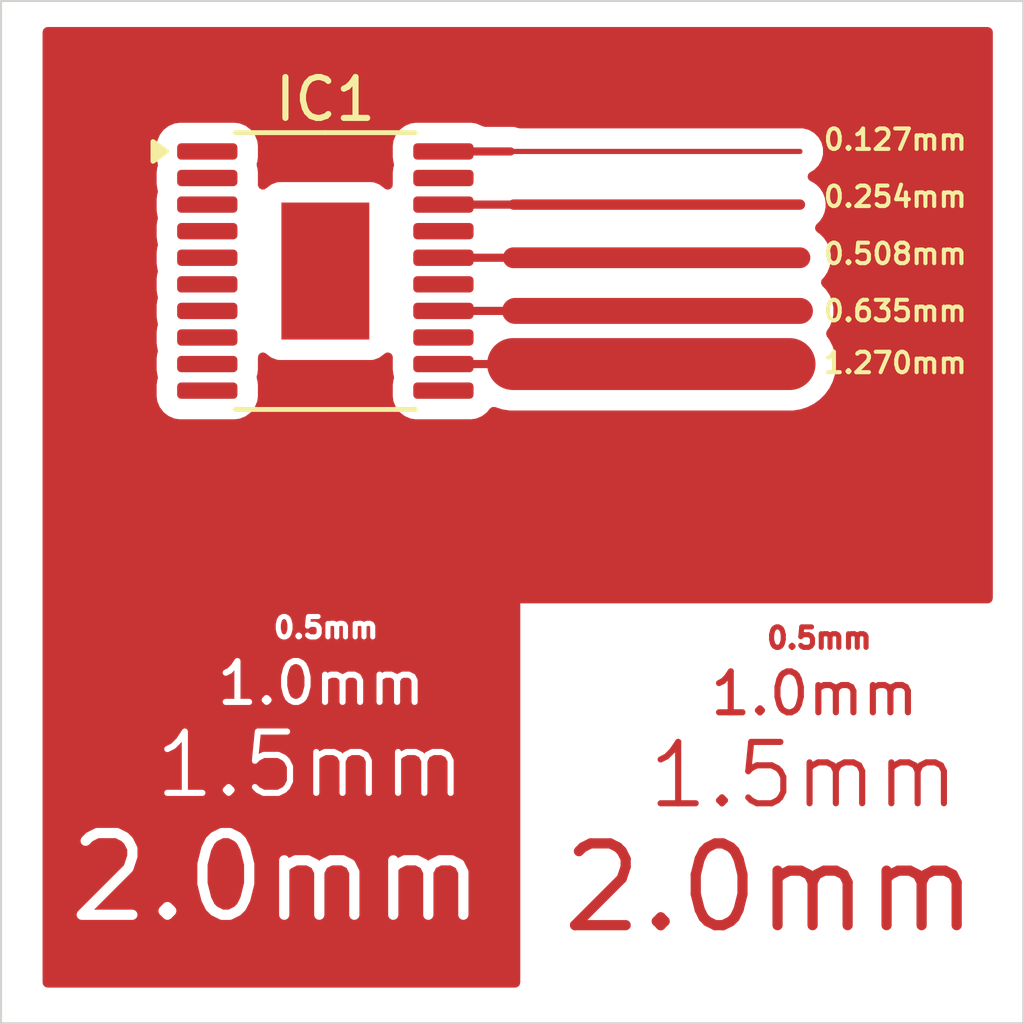
<source format=kicad_pcb>
(kicad_pcb (version 20241229) (generator "pcbnew") (generator_version "9.0")
  (layers (0 "F.Cu" signal) (2 "B.Cu" signal) (13 "F.Paste" user) (15 "B.Paste" user) (5 "F.SilkS" user "F.Silkscreen") (7 "B.SilkS" user "B.Silkscreen") (1 "F.Mask" user) (3 "B.Mask" user) (25 "Edge.Cuts" user))
  (net 0 "")
  (net 2 "unconnected-(IC1-RDCM-Pad20)")
  (net 6 "unconnected-(IC1-RVOUT-Pad18)")
  (net 13 "unconnected-(IC1-RBG-Pad16)")
  (net 15 "unconnected-(IC1-CSP-Pad12)")
  (net 17 "unconnected-(IC1-LVGATE-Pad14)")
  (footprint "Package_SO:TSSOP-20-1EP_4.4x6.5mm_P0.65mm_EP2.15x3.35mm" (layer "F.Cu") (at 145.092 99.568)
    (property "Reference" "IC1" (at 0 -4.2 0) (layer "F.SilkS"))
    (property "Value" "LT3751")
    (fp_line (start 0 -3.385) (end -2.2 -3.385) (stroke (width 0.12)) (layer "F.SilkS"))
    (fp_line (start 0 -3.385) (end 2.2 -3.385) (stroke (width 0.12)) (layer "F.SilkS"))
    (fp_line (start 0 3.385) (end -2.2 3.385) (stroke (width 0.12)) (layer "F.SilkS"))
    (fp_line (start 0 3.385) (end 2.2 3.385) (stroke (width 0.12)) (layer "F.SilkS"))
    (fp_poly (pts (xy -3.885 -2.925) (xy -4.215 -2.685) (xy -4.215 -3.165)) (stroke (width 0.12)) (fill yes) (layer "F.SilkS"))
    (pad "1" smd roundrect (at -2.8875 -2.925) (size 1.475 0.4) (layers "F.Cu" "F.Mask" "F.Paste"))
    (pad "2" smd roundrect (at -2.8875 -2.275) (size 1.475 0.4) (layers "F.Cu" "F.Mask" "F.Paste"))
    (pad "3" smd roundrect (at -2.8875 -1.625) (size 1.475 0.4) (layers "F.Cu" "F.Mask" "F.Paste"))
    (pad "4" smd roundrect (at -2.8875 -0.975) (size 1.475 0.4) (layers "F.Cu" "F.Mask" "F.Paste"))
    (pad "5" smd roundrect (at -2.8875 -0.325) (size 1.475 0.4) (layers "F.Cu" "F.Mask" "F.Paste"))
    (pad "6" smd roundrect (at -2.8875 0.325) (size 1.475 0.4) (layers "F.Cu" "F.Mask" "F.Paste"))
    (pad "7" smd roundrect (at -2.8875 0.975) (size 1.475 0.4) (layers "F.Cu" "F.Mask" "F.Paste"))
    (pad "8" smd roundrect (at -2.8875 1.625) (size 1.475 0.4) (layers "F.Cu" "F.Mask" "F.Paste"))
    (pad "9" smd roundrect (at -2.8875 2.275) (size 1.475 0.4) (layers "F.Cu" "F.Mask" "F.Paste"))
    (pad "10" smd roundrect (at -2.8875 2.925) (size 1.475 0.4) (layers "F.Cu" "F.Mask" "F.Paste"))
    (pad "11" smd roundrect (at 2.8875 2.925) (size 1.475 0.4) (layers "F.Cu" "F.Mask" "F.Paste"))
    (pad "12" smd roundrect (at 2.8875 2.275) (size 1.475 0.4) (layers "F.Cu" "F.Mask" "F.Paste") (net 15 "unconnected-(IC1-CSP-Pad12)"))
    (pad "13" smd roundrect (at 2.8875 1.625) (size 1.475 0.4) (layers "F.Cu" "F.Mask" "F.Paste"))
    (pad "14" smd roundrect (at 2.8875 0.975) (size 1.475 0.4) (layers "F.Cu" "F.Mask" "F.Paste") (net 17 "unconnected-(IC1-LVGATE-Pad14)"))
    (pad "15" smd roundrect (at 2.8875 0.325) (size 1.475 0.4) (layers "F.Cu" "F.Mask" "F.Paste"))
    (pad "16" smd roundrect (at 2.8875 -0.325) (size 1.475 0.4) (layers "F.Cu" "F.Mask" "F.Paste") (net 13 "unconnected-(IC1-RBG-Pad16)"))
    (pad "17" smd roundrect (at 2.8875 -0.975) (size 1.475 0.4) (layers "F.Cu" "F.Mask" "F.Paste"))
    (pad "18" smd roundrect (at 2.8875 -1.625) (size 1.475 0.4) (layers "F.Cu" "F.Mask" "F.Paste") (net 6 "unconnected-(IC1-RVOUT-Pad18)"))
    (pad "19" smd roundrect (at 2.8875 -2.275) (size 1.475 0.4) (layers "F.Cu" "F.Mask" "F.Paste"))
    (pad "20" smd roundrect (at 2.8875 -2.925) (size 1.475 0.4) (layers "F.Cu" "F.Mask" "F.Paste") (net 2 "unconnected-(IC1-RDCM-Pad20)"))
    (pad "21" smd rect (at 0 0) (size 2.15 3.35) (property pad_prop_heatsink) (layers "F.Cu" "F.Mask"))
  )
  (gr_rect (start 137.16 92.964) (end 162.16 117.964) (stroke (width 0.05)) (fill no) (layer "Edge.Cuts"))
  (gr_text "1.0mm" (at 142.367 110.236 0) (layer "F.Cu" knockout) (effects (font (size 1 1)) (justify left bottom)))
  (gr_text "2.0mm" (at 138.684 115.57 0) (layer "F.Cu" knockout) (effects (font (size 2 2) (thickness 0.25)) (justify left bottom)))
  (gr_text "0.5mm" (at 143.764 108.585 0) (layer "F.Cu" knockout) (effects (font (size 0.5 0.5) (thickness 0.125)) (justify left bottom)))
  (gr_text "1.5mm" (at 140.843 112.522 0) (layer "F.Cu" knockout) (effects (font (size 1.5 1.5)) (justify left bottom)))
  (gr_text "1.5mm" (at 152.908 112.776 0) (layer "F.Cu") (effects (font (size 1.5 1.5)) (justify left bottom)))
  (gr_text "0.5mm" (at 155.829 108.839 0) (layer "F.Cu") (effects (font (size 0.5 0.5) (thickness 0.125)) (justify left bottom)))
  (gr_text "2.0mm" (at 150.749 115.824 0) (layer "F.Cu") (effects (font (size 2 2) (thickness 0.25)) (justify left bottom)))
  (gr_text "1.0mm" (at 154.432 110.49 0) (layer "F.Cu") (effects (font (size 1 1)) (justify left bottom)))
  (gr_text "0.254mm\n" (at 157.226 98.044 0) (layer "F.SilkS") (effects (font (size 0.5 0.5) (thickness 0.1) (bold yes)) (justify left bottom)))
  (gr_text "1.270mm" (at 157.226 102.108 0) (layer "F.SilkS") (effects (font (size 0.5 0.5) (thickness 0.1) (bold yes)) (justify left bottom)))
  (gr_text "0.508mm" (at 157.226 99.441 0) (layer "F.SilkS") (effects (font (size 0.5 0.5) (thickness 0.1) (bold yes)) (justify left bottom)))
  (gr_text "0.635mm" (at 157.226 100.838 0) (layer "F.SilkS") (effects (font (size 0.5 0.5) (thickness 0.1) (bold yes)) (justify left bottom)))
  (gr_text "0.127mm" (at 157.226 96.647 0) (layer "F.SilkS") (effects (font (size 0.5 0.5) (thickness 0.1) (bold yes)) (justify left bottom)))
  (segment (start 147.9795 96.643) (end 149.622 96.643) (width 0.2) (layer "F.Cu") (net 2))
  (segment (start 149.622 96.643) (end 156.6995 96.643) (width 0.127) (layer "F.Cu") (net 2))
  (segment (start 147.9795 97.943) (end 149.696 97.943) (width 0.2) (layer "F.Cu") (net 6))
  (segment (start 149.696 97.943) (end 156.6995 97.943) (width 0.254) (layer "F.Cu") (net 6))
  (segment (start 149.689 99.243) (end 156.6995 99.243) (width 0.508) (layer "F.Cu") (net 13))
  (segment (start 147.9795 99.243) (end 149.689 99.243) (width 0.2) (layer "F.Cu") (net 13))
  (segment (start 147.9795 101.843) (end 149.6845 101.843) (width 0.2) (layer "F.Cu") (net 15))
  (segment (start 149.6845 101.843) (end 156.4455 101.843) (width 1.27) (layer "F.Cu") (net 15))
  (segment (start 149.733 100.543) (end 156.6995 100.543) (width 0.635) (layer "F.Cu") (net 17))
  (segment (start 147.9795 100.543) (end 149.733 100.543) (width 0.2) (layer "F.Cu") (net 17))
  (zone (net 0) (net_name "") (layer "F.Cu") (connect_pads (clearance 0.5)) (min_thickness 0.25) (fill yes (thermal_gap 0.5) (thermal_bridge_width 0.5) (island_removal_mode 1) (island_area_min 10))
    (polygon (pts (xy 149.86 107.696) (xy 161.417 107.696) (xy 161.417 93.599) (xy 138.176 93.599) (xy 138.176 117.094) (xy 149.86 117.094)))
  )
)
</source>
